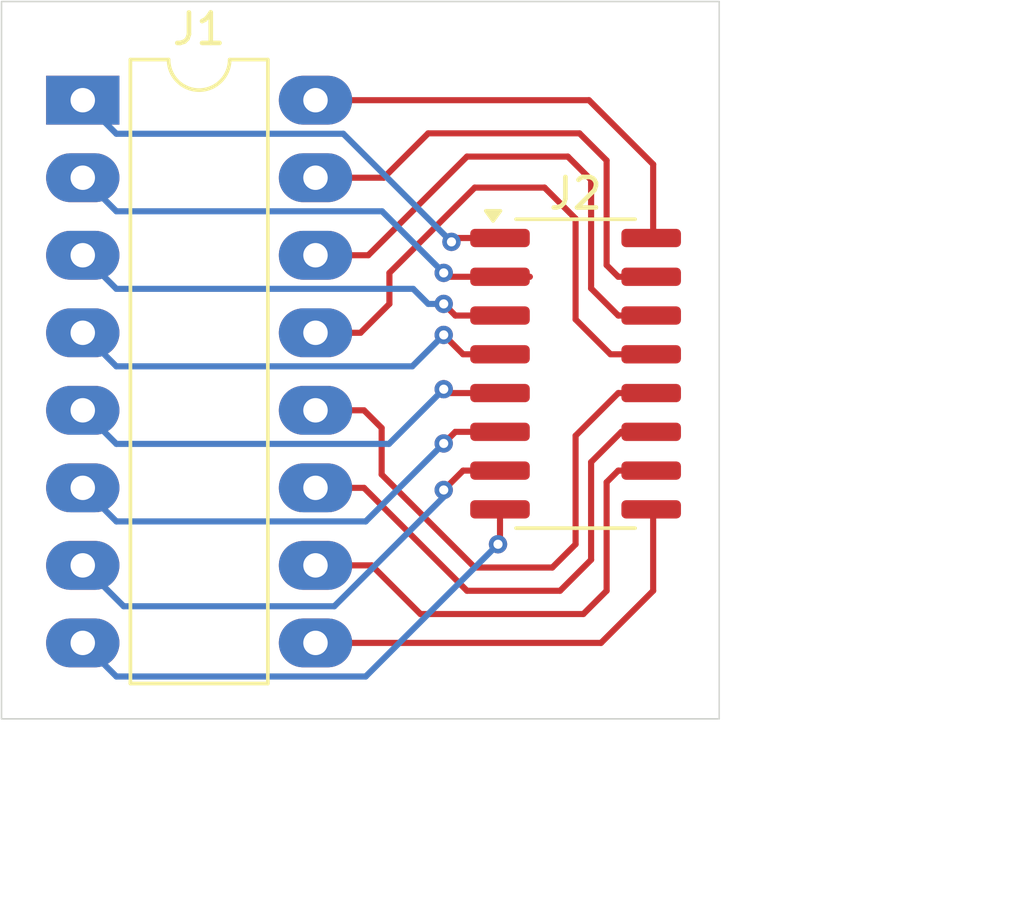
<source format=kicad_pcb>
(kicad_pcb (version 20240108) (generator "pcbnew") (generator_version "8.0")
  (layers (0 "F.Cu" signal) (31 "B.Cu" signal) (34 "B.Paste" user) (35 "F.Paste" user) (36 "B.SilkS" user "B.Silkscreen") (37 "F.SilkS" user "F.Silkscreen") (38 "B.Mask" user) (39 "F.Mask" user) (44 "Edge.Cuts" user))
  (net 0 "")
  (net 1 "Net-(J1-Pin_5)")
  (net 2 "Net-(J1-Pin_3)")
  (net 3 "Net-(J1-Pin_12)")
  (net 4 "Net-(J1-Pin_14)")
  (net 5 "Net-(J1-Pin_10)")
  (net 6 "Net-(J1-Pin_11)")
  (net 7 "Net-(J1-Pin_2)")
  (net 8 "Net-(J1-Pin_13)")
  (net 9 "Net-(J1-Pin_15)")
  (net 10 "Net-(J1-Pin_6)")
  (net 11 "Net-(J1-Pin_7)")
  (net 12 "Net-(J1-Pin_9)")
  (net 13 "Net-(J1-Pin_4)")
  (net 14 "Net-(J1-Pin_8)")
  (net 15 "Net-(J1-Pin_1)")
  (net 16 "Net-(J1-Pin_16)")
  (footprint "Package_DIP:DIP-16_W7.62mm_LongPads" (layer "F.Cu") (at 54.73 29.394)
    (property "Reference" "J1" (at 3.81 -2.33 0) (layer "F.SilkS"))
    (property "Value" "DIP")
    (fp_line (start 1.56 -1.33) (end 1.56 19.11) (stroke (width 0.12)) (layer "F.SilkS"))
    (fp_line (start 1.56 19.11) (end 6.06 19.11) (stroke (width 0.12)) (layer "F.SilkS"))
    (fp_line (start 2.81 -1.33) (end 1.56 -1.33) (stroke (width 0.12)) (layer "F.SilkS"))
    (fp_line (start 6.06 -1.33) (end 4.81 -1.33) (stroke (width 0.12)) (layer "F.SilkS"))
    (fp_line (start 6.06 19.11) (end 6.06 -1.33) (stroke (width 0.12)) (layer "F.SilkS"))
    (fp_arc (start 4.81 -1.33) (mid 3.81 -0.33) (end 2.81 -1.33) (stroke (width 0.12)) (layer "F.SilkS"))
    (pad "1" thru_hole rect (at 0 0) (size 2.4 1.6) (drill 0.8) (layers "*.Cu" "*.Mask") (net 15 "Net-(J1-Pin_1)"))
    (pad "2" thru_hole oval (at 0 2.54) (size 2.4 1.6) (drill 0.8) (layers "*.Cu" "*.Mask") (net 7 "Net-(J1-Pin_2)"))
    (pad "3" thru_hole oval (at 0 5.08) (size 2.4 1.6) (drill 0.8) (layers "*.Cu" "*.Mask") (net 2 "Net-(J1-Pin_3)"))
    (pad "4" thru_hole oval (at 0 7.62) (size 2.4 1.6) (drill 0.8) (layers "*.Cu" "*.Mask") (net 13 "Net-(J1-Pin_4)"))
    (pad "5" thru_hole oval (at 0 10.16) (size 2.4 1.6) (drill 0.8) (layers "*.Cu" "*.Mask") (net 1 "Net-(J1-Pin_5)"))
    (pad "6" thru_hole oval (at 0 12.7) (size 2.4 1.6) (drill 0.8) (layers "*.Cu" "*.Mask") (net 10 "Net-(J1-Pin_6)"))
    (pad "7" thru_hole oval (at 0 15.24) (size 2.4 1.6) (drill 0.8) (layers "*.Cu" "*.Mask") (net 11 "Net-(J1-Pin_7)"))
    (pad "8" thru_hole oval (at 0 17.78) (size 2.4 1.6) (drill 0.8) (layers "*.Cu" "*.Mask") (net 14 "Net-(J1-Pin_8)"))
    (pad "9" thru_hole oval (at 7.62 17.78) (size 2.4 1.6) (drill 0.8) (layers "*.Cu" "*.Mask") (net 12 "Net-(J1-Pin_9)"))
    (pad "10" thru_hole oval (at 7.62 15.24) (size 2.4 1.6) (drill 0.8) (layers "*.Cu" "*.Mask") (net 5 "Net-(J1-Pin_10)"))
    (pad "11" thru_hole oval (at 7.62 12.7) (size 2.4 1.6) (drill 0.8) (layers "*.Cu" "*.Mask") (net 6 "Net-(J1-Pin_11)"))
    (pad "12" thru_hole oval (at 7.62 10.16) (size 2.4 1.6) (drill 0.8) (layers "*.Cu" "*.Mask") (net 3 "Net-(J1-Pin_12)"))
    (pad "13" thru_hole oval (at 7.62 7.62) (size 2.4 1.6) (drill 0.8) (layers "*.Cu" "*.Mask") (net 8 "Net-(J1-Pin_13)"))
    (pad "14" thru_hole oval (at 7.62 5.08) (size 2.4 1.6) (drill 0.8) (layers "*.Cu" "*.Mask") (net 4 "Net-(J1-Pin_14)"))
    (pad "15" thru_hole oval (at 7.62 2.54) (size 2.4 1.6) (drill 0.8) (layers "*.Cu" "*.Mask") (net 9 "Net-(J1-Pin_15)"))
    (pad "16" thru_hole oval (at 7.62 0) (size 2.4 1.6) (drill 0.8) (layers "*.Cu" "*.Mask") (net 16 "Net-(J1-Pin_16)"))
  )
  (footprint "Package_SO:SOIC-16_3.9x9.9mm_P1.27mm" (layer "F.Cu") (at 70.866 38.354)
    (property "Reference" "J2" (at 0 -5.9 0) (layer "F.SilkS"))
    (property "Value" "SOIC")
    (fp_line (start 0 -5.06) (end -1.95 -5.06) (stroke (width 0.12)) (layer "F.SilkS"))
    (fp_line (start 0 -5.06) (end 1.95 -5.06) (stroke (width 0.12)) (layer "F.SilkS"))
    (fp_line (start 0 5.06) (end -1.95 5.06) (stroke (width 0.12)) (layer "F.SilkS"))
    (fp_line (start 0 5.06) (end 1.95 5.06) (stroke (width 0.12)) (layer "F.SilkS"))
    (fp_poly (pts (xy -2.7 -5.005) (xy -2.94 -5.335) (xy -2.46 -5.335) (xy -2.7 -5.005)) (stroke (width 0.12)) (fill solid) (layer "F.SilkS"))
    (pad "1" smd roundrect (at -2.475 -4.445) (size 1.95 0.6) (layers "F.Cu" "F.Paste" "F.Mask") (net 15 "Net-(J1-Pin_1)"))
    (pad "2" smd roundrect (at -2.475 -3.175) (size 1.95 0.6) (layers "F.Cu" "F.Paste" "F.Mask") (net 7 "Net-(J1-Pin_2)"))
    (pad "3" smd roundrect (at -2.475 -1.905) (size 1.95 0.6) (layers "F.Cu" "F.Paste" "F.Mask") (net 2 "Net-(J1-Pin_3)"))
    (pad "4" smd roundrect (at -2.475 -0.635) (size 1.95 0.6) (layers "F.Cu" "F.Paste" "F.Mask") (net 13 "Net-(J1-Pin_4)"))
    (pad "5" smd roundrect (at -2.475 0.635) (size 1.95 0.6) (layers "F.Cu" "F.Paste" "F.Mask") (net 1 "Net-(J1-Pin_5)"))
    (pad "6" smd roundrect (at -2.475 1.905) (size 1.95 0.6) (layers "F.Cu" "F.Paste" "F.Mask") (net 10 "Net-(J1-Pin_6)"))
    (pad "7" smd roundrect (at -2.475 3.175) (size 1.95 0.6) (layers "F.Cu" "F.Paste" "F.Mask") (net 11 "Net-(J1-Pin_7)"))
    (pad "8" smd roundrect (at -2.475 4.445) (size 1.95 0.6) (layers "F.Cu" "F.Paste" "F.Mask") (net 14 "Net-(J1-Pin_8)"))
    (pad "9" smd roundrect (at 2.475 4.445) (size 1.95 0.6) (layers "F.Cu" "F.Paste" "F.Mask") (net 12 "Net-(J1-Pin_9)"))
    (pad "10" smd roundrect (at 2.475 3.175) (size 1.95 0.6) (layers "F.Cu" "F.Paste" "F.Mask") (net 5 "Net-(J1-Pin_10)"))
    (pad "11" smd roundrect (at 2.475 1.905) (size 1.95 0.6) (layers "F.Cu" "F.Paste" "F.Mask") (net 6 "Net-(J1-Pin_11)"))
    (pad "12" smd roundrect (at 2.475 0.635) (size 1.95 0.6) (layers "F.Cu" "F.Paste" "F.Mask") (net 3 "Net-(J1-Pin_12)"))
    (pad "13" smd roundrect (at 2.475 -0.635) (size 1.95 0.6) (layers "F.Cu" "F.Paste" "F.Mask") (net 8 "Net-(J1-Pin_13)"))
    (pad "14" smd roundrect (at 2.475 -1.905) (size 1.95 0.6) (layers "F.Cu" "F.Paste" "F.Mask") (net 4 "Net-(J1-Pin_14)"))
    (pad "15" smd roundrect (at 2.475 -3.175) (size 1.95 0.6) (layers "F.Cu" "F.Paste" "F.Mask") (net 9 "Net-(J1-Pin_15)"))
    (pad "16" smd roundrect (at 2.475 -4.445) (size 1.95 0.6) (layers "F.Cu" "F.Paste" "F.Mask") (net 16 "Net-(J1-Pin_16)"))
  )
  (gr_rect (start 52.07 26.162) (end 75.57 49.662) (stroke (width 0.05)) (fill none) (layer "Edge.Cuts"))
  (segment (start 66.675 38.989) (end 66.548 38.862) (width 0.2) (layer "F.Cu") (net 1))
  (segment (start 68.391 38.989) (end 66.675 38.989) (width 0.2) (layer "F.Cu") (net 1))
  (via (at 66.548 38.862) (size 0.6) (drill 0.3) (layers "F.Cu" "B.Cu") (net 1))
  (segment (start 64.756 40.654) (end 55.83 40.654) (width 0.2) (layer "B.Cu") (net 1))
  (segment (start 55.83 40.654) (end 54.73 39.554) (width 0.2) (layer "B.Cu") (net 1))
  (segment (start 66.548 38.862) (end 64.756 40.654) (width 0.2) (layer "B.Cu") (net 1))
  (segment (start 66.929 36.449) (end 66.548 36.068) (width 0.2) (layer "F.Cu") (net 2))
  (segment (start 68.391 36.449) (end 66.929 36.449) (width 0.2) (layer "F.Cu") (net 2))
  (via (at 66.548 36.068) (size 0.6) (drill 0.3) (layers "F.Cu" "B.Cu") (net 2))
  (segment (start 66.04 36.068) (end 65.546 35.574) (width 0.2) (layer "B.Cu") (net 2))
  (segment (start 66.548 36.068) (end 66.04 36.068) (width 0.2) (layer "B.Cu") (net 2))
  (segment (start 65.546 35.574) (end 55.83 35.574) (width 0.2) (layer "B.Cu") (net 2))
  (segment (start 55.83 35.574) (end 54.73 34.474) (width 0.2) (layer "B.Cu") (net 2))
  (segment (start 73.341 38.989) (end 72.263 38.989) (width 0.2) (layer "F.Cu") (net 3))
  (segment (start 70.866 40.386) (end 70.866 43.942) (width 0.2) (layer "F.Cu") (net 3))
  (segment (start 70.866 43.942) (end 70.104 44.704) (width 0.2) (layer "F.Cu") (net 3))
  (segment (start 64.516 40.132) (end 63.938 39.554) (width 0.2) (layer "F.Cu") (net 3))
  (segment (start 64.516 41.656) (end 64.516 40.132) (width 0.2) (layer "F.Cu") (net 3))
  (segment (start 70.104 44.704) (end 67.564 44.704) (width 0.2) (layer "F.Cu") (net 3))
  (segment (start 72.263 38.989) (end 70.866 40.386) (width 0.2) (layer "F.Cu") (net 3))
  (segment (start 63.938 39.554) (end 62.35 39.554) (width 0.2) (layer "F.Cu") (net 3))
  (segment (start 67.564 44.704) (end 64.516 41.656) (width 0.2) (layer "F.Cu") (net 3))
  (segment (start 71.374 32.004) (end 70.612 31.242) (width 0.2) (layer "F.Cu") (net 4))
  (segment (start 70.612 31.242) (end 67.31 31.242) (width 0.2) (layer "F.Cu") (net 4))
  (segment (start 72.263 36.449) (end 71.374 35.56) (width 0.2) (layer "F.Cu") (net 4))
  (segment (start 64.078 34.474) (end 62.35 34.474) (width 0.2) (layer "F.Cu") (net 4))
  (segment (start 73.341 36.449) (end 72.263 36.449) (width 0.2) (layer "F.Cu") (net 4))
  (segment (start 71.374 35.56) (end 71.374 32.004) (width 0.2) (layer "F.Cu") (net 4))
  (segment (start 67.31 31.242) (end 64.078 34.474) (width 0.2) (layer "F.Cu") (net 4))
  (segment (start 65.786 46.228) (end 64.192 44.634) (width 0.2) (layer "F.Cu") (net 5))
  (segment (start 72.263 41.529) (end 71.882 41.91) (width 0.2) (layer "F.Cu") (net 5))
  (segment (start 73.341 41.529) (end 72.263 41.529) (width 0.2) (layer "F.Cu") (net 5))
  (segment (start 71.882 45.466) (end 71.12 46.228) (width 0.2) (layer "F.Cu") (net 5))
  (segment (start 71.12 46.228) (end 65.786 46.228) (width 0.2) (layer "F.Cu") (net 5))
  (segment (start 64.192 44.634) (end 62.35 44.634) (width 0.2) (layer "F.Cu") (net 5))
  (segment (start 71.882 41.91) (end 71.882 45.466) (width 0.2) (layer "F.Cu") (net 5))
  (segment (start 63.938 42.094) (end 62.35 42.094) (width 0.2) (layer "F.Cu") (net 6))
  (segment (start 70.358 45.466) (end 67.31 45.466) (width 0.2) (layer "F.Cu") (net 6))
  (segment (start 71.374 44.45) (end 70.358 45.466) (width 0.2) (layer "F.Cu") (net 6))
  (segment (start 71.374 41.251001) (end 71.374 44.45) (width 0.2) (layer "F.Cu") (net 6))
  (segment (start 67.31 45.466) (end 63.938 42.094) (width 0.2) (layer "F.Cu") (net 6))
  (segment (start 72.366001 40.259) (end 71.374 41.251001) (width 0.2) (layer "F.Cu") (net 6))
  (segment (start 73.341 40.259) (end 72.366001 40.259) (width 0.2) (layer "F.Cu") (net 6))
  (segment (start 68.391 35.179) (end 69.365999 35.179) (width 0.2) (layer "F.Cu") (net 7))
  (segment (start 69.365999 35.179) (end 66.675 35.179) (width 0.2) (layer "F.Cu") (net 7))
  (segment (start 66.675 35.179) (end 66.548 35.052) (width 0.2) (layer "F.Cu") (net 7))
  (via (at 66.548 35.052) (size 0.6) (drill 0.3) (layers "F.Cu" "B.Cu") (net 7))
  (segment (start 64.53 33.034) (end 55.83 33.034) (width 0.2) (layer "B.Cu") (net 7))
  (segment (start 55.83 33.034) (end 54.73 31.934) (width 0.2) (layer "B.Cu") (net 7))
  (segment (start 66.548 35.052) (end 64.53 33.034) (width 0.2) (layer "B.Cu") (net 7))
  (segment (start 64.77 35.052) (end 64.77 36.068) (width 0.2) (layer "F.Cu") (net 8))
  (segment (start 73.341 37.719) (end 72.009 37.719) (width 0.2) (layer "F.Cu") (net 8))
  (segment (start 63.824 37.014) (end 62.35 37.014) (width 0.2) (layer "F.Cu") (net 8))
  (segment (start 64.77 36.068) (end 63.824 37.014) (width 0.2) (layer "F.Cu") (net 8))
  (segment (start 69.85 32.258) (end 67.564 32.258) (width 0.2) (layer "F.Cu") (net 8))
  (segment (start 67.564 32.258) (end 64.77 35.052) (width 0.2) (layer "F.Cu") (net 8))
  (segment (start 72.009 37.719) (end 70.866 36.576) (width 0.2) (layer "F.Cu") (net 8))
  (segment (start 70.866 33.274) (end 69.85 32.258) (width 0.2) (layer "F.Cu") (net 8))
  (segment (start 70.866 36.576) (end 70.866 33.274) (width 0.2) (layer "F.Cu") (net 8))
  (segment (start 71.882 31.369) (end 70.993 30.48) (width 0.2) (layer "F.Cu") (net 9))
  (segment (start 73.341 35.179) (end 72.263 35.179) (width 0.2) (layer "F.Cu") (net 9))
  (segment (start 71.882 34.798) (end 71.882 31.369) (width 0.2) (layer "F.Cu") (net 9))
  (segment (start 72.263 35.179) (end 71.882 34.798) (width 0.2) (layer "F.Cu") (net 9))
  (segment (start 66.04 30.48) (end 64.586 31.934) (width 0.2) (layer "F.Cu") (net 9))
  (segment (start 70.993 30.48) (end 66.04 30.48) (width 0.2) (layer "F.Cu") (net 9))
  (segment (start 64.586 31.934) (end 62.35 31.934) (width 0.2) (layer "F.Cu") (net 9))
  (segment (start 66.929 40.259) (end 66.548 40.64) (width 0.2) (layer "F.Cu") (net 10))
  (segment (start 68.391 40.259) (end 66.929 40.259) (width 0.2) (layer "F.Cu") (net 10))
  (via (at 66.548 40.64) (size 0.6) (drill 0.3) (layers "F.Cu" "B.Cu") (net 10))
  (segment (start 66.548 40.64) (end 63.994 43.194) (width 0.2) (layer "B.Cu") (net 10))
  (segment (start 63.994 43.194) (end 55.83 43.194) (width 0.2) (layer "B.Cu") (net 10))
  (segment (start 55.83 43.194) (end 54.73 42.094) (width 0.2) (layer "B.Cu") (net 10))
  (segment (start 67.183 41.529) (end 66.548 42.164) (width 0.2) (layer "F.Cu") (net 11))
  (segment (start 68.391 41.529) (end 67.183 41.529) (width 0.2) (layer "F.Cu") (net 11))
  (via (at 66.548 42.164) (size 0.6) (drill 0.3) (layers "F.Cu" "B.Cu") (net 11))
  (segment (start 66.548 42.391635) (end 62.965635 45.974) (width 0.2) (layer "B.Cu") (net 11))
  (segment (start 62.965635 45.974) (end 56.07 45.974) (width 0.2) (layer "B.Cu") (net 11))
  (segment (start 66.548 42.164) (end 66.548 42.391635) (width 0.2) (layer "B.Cu") (net 11))
  (segment (start 56.07 45.974) (end 54.73 44.634) (width 0.2) (layer "B.Cu") (net 11))
  (segment (start 71.698 47.174) (end 62.35 47.174) (width 0.2) (layer "F.Cu") (net 12))
  (segment (start 73.406 42.864) (end 73.406 45.466) (width 0.2) (layer "F.Cu") (net 12))
  (segment (start 73.341 42.799) (end 73.406 42.864) (width 0.2) (layer "F.Cu") (net 12))
  (segment (start 73.406 45.466) (end 71.698 47.174) (width 0.2) (layer "F.Cu") (net 12))
  (segment (start 68.391 37.719) (end 67.183 37.719) (width 0.2) (layer "F.Cu") (net 13))
  (segment (start 67.183 37.719) (end 66.548 37.084) (width 0.2) (layer "F.Cu") (net 13))
  (via (at 66.548 37.084) (size 0.6) (drill 0.3) (layers "F.Cu" "B.Cu") (net 13))
  (segment (start 55.83 38.114) (end 54.73 37.014) (width 0.2) (layer "B.Cu") (net 13))
  (segment (start 65.518 38.114) (end 55.83 38.114) (width 0.2) (layer "B.Cu") (net 13))
  (segment (start 66.548 37.084) (end 65.518 38.114) (width 0.2) (layer "B.Cu") (net 13))
  (segment (start 68.391 43.877) (end 68.326 43.942) (width 0.2) (layer "F.Cu") (net 14))
  (segment (start 68.391 42.799) (end 68.391 43.877) (width 0.2) (layer "F.Cu") (net 14))
  (via (at 68.326 43.942) (size 0.6) (drill 0.3) (layers "F.Cu" "B.Cu") (net 14))
  (segment (start 68.326 43.942) (end 63.994 48.274) (width 0.2) (layer "B.Cu") (net 14))
  (segment (start 63.994 48.274) (end 55.83 48.274) (width 0.2) (layer "B.Cu") (net 14))
  (segment (start 55.83 48.274) (end 54.73 47.174) (width 0.2) (layer "B.Cu") (net 14))
  (segment (start 68.391 33.909) (end 66.929 33.909) (width 0.2) (layer "F.Cu") (net 15))
  (segment (start 66.929 33.909) (end 66.802 34.036) (width 0.2) (layer "F.Cu") (net 15))
  (via (at 66.802 34.036) (size 0.6) (drill 0.3) (layers "F.Cu" "B.Cu") (net 15))
  (segment (start 63.26 30.494) (end 55.83 30.494) (width 0.2) (layer "B.Cu") (net 15))
  (segment (start 55.83 30.494) (end 54.73 29.394) (width 0.2) (layer "B.Cu") (net 15))
  (segment (start 66.802 34.036) (end 63.26 30.494) (width 0.2) (layer "B.Cu") (net 15))
  (segment (start 71.304 29.394) (end 62.35 29.394) (width 0.2) (layer "F.Cu") (net 16))
  (segment (start 73.406 31.496) (end 71.304 29.394) (width 0.2) (layer "F.Cu") (net 16))
  (segment (start 73.341 33.909) (end 73.406 33.844) (width 0.2) (layer "F.Cu") (net 16))
  (segment (start 73.406 33.844) (end 73.406 31.496) (width 0.2) (layer "F.Cu") (net 16))
)
</source>
